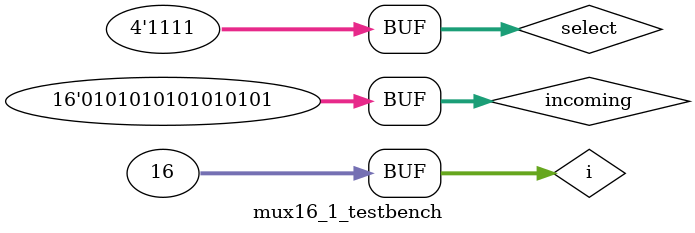
<source format=sv>


 
`timescale 1ns/10ps

module mux16_1(incoming, select, out);		
		input logic [15:0]	incoming;
		input logic [3:0]		select;
		output logic 			out;
		
		//two 1-bit temp logic's to hold outputs from both mux8_1
		logic temp1, temp2;
		
		//muxy1 takes bits 7-0 from 16-bit input incoming, and bits 2-0 from
	   //input select and returns a 1-bit output to temp1.
		mux8_1 muxy1(.incoming(incoming[7:0]), .select(select[2:0]), .out(temp1));
		
		//muxy2 takes bits 15-8 from 16-bit input incoming, and bits 2-0 from
	   //input select and returns a 1-bit output to temp2.
		mux8_1 muxy2(.incoming(incoming[15:8]), .select(select[2:0]), .out(temp2));
		
		//muxyFinal takes 1-bit temp1 and temp2 as inputs and returns 1-bit 
		//out as an output to fully implement a 16 to 1 mux.
		mux2_1 muxyFinal(.a(temp1), .b(temp2), .s(select[3]), .out(out));
endmodule 

//mux16_1_testbench tests four different instances for four values
//for incoming in which should output high. Also checks for everything
//zeroed out. There is also for loop tests which tests all values for
//select for a value of incoming.
module mux16_1_testbench();
		logic [15:0]	incoming;
		logic [3:0]		select;
		logic 			out;
		
		mux16_1 dut(.incoming, .select, .out);
		
		integer i;
		
		initial begin
				incoming = 16'b0000000000000000; select= 4'b0000;	#10;
								
				incoming = 16'b0001000100010001; select= 4'b1111;	#10;
				incoming = 16'b0001000100010001; select= 4'b0111;	#10;   
				incoming = 16'b0001000100010001; select= 4'b1011;	#10;
				incoming = 16'b0001000100010001; select= 4'b0011;	#10;  
				
				
				incoming = 16'b0000000000000000; select= 4'b0000;	#10;
				
				incoming = 16'b0010001000100010; select= 4'b0110;	#10;
				incoming = 16'b0010001000100010; select= 4'b0010;	#10;
				incoming = 16'b0010001000100010; select= 4'b1110;	#10;
				incoming = 16'b0010001000100010; select= 4'b1010;	#10;
				
				
				incoming = 16'b0000000000000000; select= 4'b0000;	#10;
				
				incoming = 16'b0100010001000100; select= 4'b0101;	#10;
				incoming = 16'b0100010001000100; select= 4'b0001;	#10;
				incoming = 16'b0100010001000100; select= 4'b1101;	#10;
				incoming = 16'b0100010001000100; select= 4'b1001;	#10;
				
				incoming = 16'b0000000000000000; select= 4'b0000;	#10;

				incoming = 16'b1000100010001000; select= 4'b0100;	#10;
				incoming = 16'b1000100010001000; select= 4'b0000;	#10;
				incoming = 16'b1000100010001000; select= 4'b1100;	#10;
				incoming = 16'b1000100010001000; select= 4'b1000;	#10;
				
				
				incoming = 16'd21845;		#10;
				
				for(i = 0; i < 16; i = i + 1) begin
					select = i;					#10;
				end
		end
endmodule

</source>
